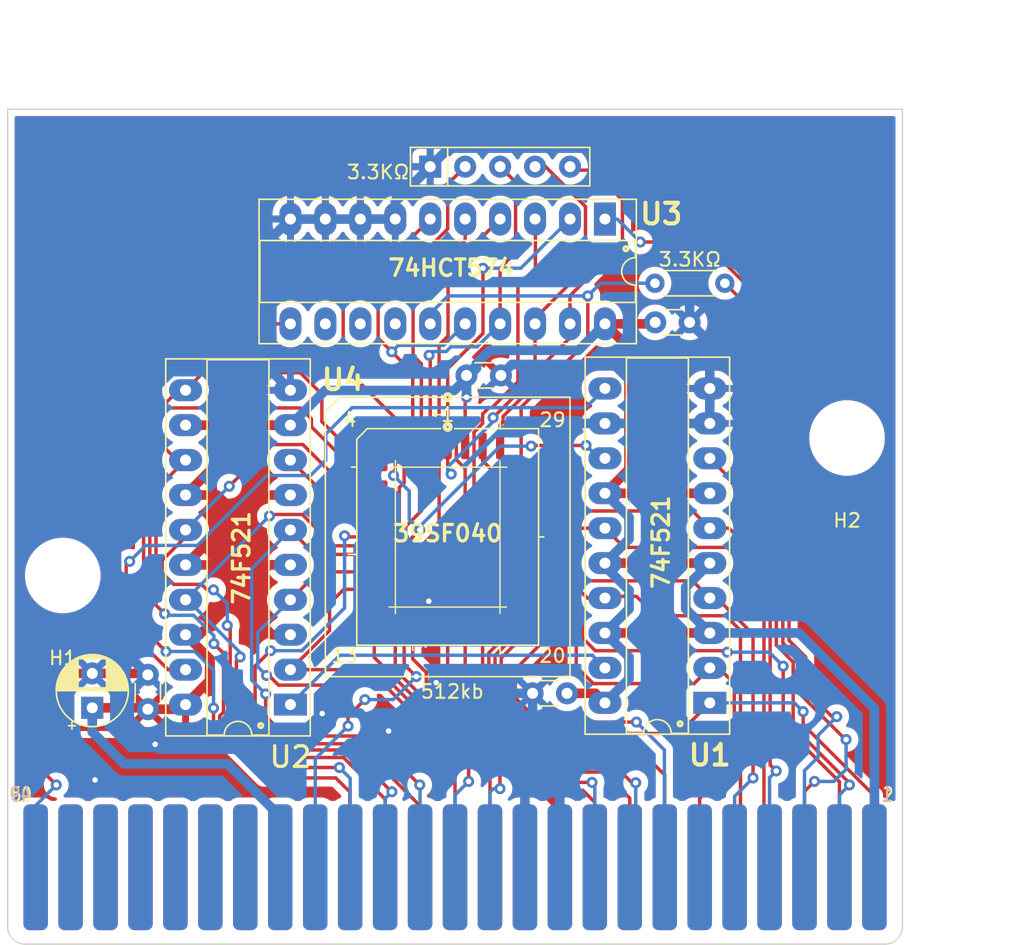
<source format=kicad_pcb>
(kicad_pcb (version 20221018) (generator pcbnew)
  (layers (0 "F.Cu" signal) (31 "B.Cu" signal) (34 "B.Paste" user) (35 "F.Paste" user) (36 "B.SilkS" user "B.Silkscreen") (37 "F.SilkS" user "F.Silkscreen") (38 "B.Mask" user) (39 "F.Mask" user) (44 "Edge.Cuts" user))
  (net 0 "")
  (net 1 "GND")
  (net 2 "/BA1")
  (net 3 "/BA2")
  (net 4 "/BA3")
  (net 5 "/BA4")
  (net 6 "/~{Wr}")
  (net 7 "/A0")
  (net 8 "+5V")
  (net 9 "/A1")
  (net 10 "/A2")
  (net 11 "/A3")
  (net 12 "/A4")
  (net 13 "/A5")
  (net 14 "/A6")
  (net 15 "/A7")
  (net 16 "Net-(U1-P=R)")
  (net 17 "/A8")
  (net 18 "/A9")
  (net 19 "/A10")
  (net 20 "/A11")
  (net 21 "/A12")
  (net 22 "/A13")
  (net 23 "/A14")
  (net 24 "/A15")
  (net 25 "Net-(U2-P=R)")
  (net 26 "/~{M8-B}")
  (net 27 "/D0")
  (net 28 "/D1")
  (net 29 "/D2")
  (net 30 "/D3")
  (net 31 "/D4")
  (net 35 "/BA0")
  (net 36 "/D5")
  (net 37 "/D6")
  (net 38 "/D7")
  (net 39 "/~{CE}")
  (net 40 "/~{Rd}")
  (net 41 "/~{MReq}")
  (net 42 "/~{M0-7}")
  (net 43 "/ ~{CONT}")
  (net 44 "/~{M1}")
  (net 45 "/~{IOReq}")
  (net 46 "/~{Refresh}")
  (net 47 "/~{Halt}")
  (net 48 "/~{Wait}")
  (net 49 "/~{Int}")
  (net 50 "/JyDs")
  (net 51 "/~{BusReq}")
  (net 52 "/~{BusAck}")
  (net 53 "/ ~{Reset}")
  (net 54 "/~{Clock}")
  (net 55 "/JRead")
  (net 56 "/~{MC-F}")
  (net 57 "/~{NMI}")
  (footprint "PCM_Package_DIP_AKL:DIP-20_W7.62mm_Socket_LongPads" (layer "F.Cu") (at 115.545 71.737 180)
    (fp_text reference "U2")
    (fp_text value "74F521")
  )
  (footprint "PCM_Package_DIP_AKL:DIP-20_W7.62mm_Socket_LongPads" (layer "F.Cu") (at 138.405 36.431 -90)
    (fp_text reference "U3")
    (fp_text value "74HCT574")
  )
  (footprint "Smal:PLCC-32_SMD-Socket_HandSolder" (layer "F.Cu") (at 126.975 59.545)
    (fp_text reference "U4")
    (fp_text value "39SF040")
  )
  (footprint "Capacitor_THT:C_Disc_D3.0mm_W1.6mm_P2.50mm" (layer "F.Cu") (at 128.3408 47.8028)
    (fp_text reference "C4" hide)
    (fp_text value "100nF")
  )
  (footprint "Resistor_THT:R_Array_SIP5" (layer "F.Cu") (at 125.705 32.621)
    (fp_text reference "RN1" hide)
    (fp_text value "3.3KΩ")
  )
  (footprint "Resistor_THT:R_Axial_DIN0204_L3.6mm_D1.6mm_P5.08mm_Horizontal" (layer "F.Cu") (at 142.0368 41.0972)
    (fp_text reference "R1" hide)
    (fp_text value "3.3KΩ")
  )
  (footprint "MountingHole:MountingHole_5mm" (layer "F.Cu") (at 156 52.35 180)
    (fp_text reference "H2")
    (fp_text value "Hole Right")
  )
  (footprint "MountingHole:MountingHole_5mm" (layer "F.Cu") (at 99 62.35 180)
    (fp_text reference "H1")
    (fp_text value "Hole Left")
  )
  (footprint "PCM_Package_DIP_AKL:DIP-20_W7.62mm_Socket_LongPads" (layer "F.Cu") (at 146.025 71.61 180)
    (fp_text reference "U1")
    (fp_text value "74F521")
  )
  (footprint "Capacitor_THT:CP_Radial_D5.0mm_P2.50mm" (layer "F.Cu") (at 101.1428 71.969513 90)
    (fp_text reference "C5" hide)
    (fp_text value "1µF")
  )
  (footprint "Capacitor_THT:C_Disc_D3.0mm_W1.6mm_P2.50mm" (layer "F.Cu") (at 142.0568 43.942)
    (fp_text reference "C3" hide)
    (fp_text value "100nF")
  )
  (footprint "Capacitor_THT:C_Disc_D3.0mm_W1.6mm_P2.50mm" (layer "F.Cu") (at 105.1818 72.0726 90)
    (fp_text reference "C2" hide)
    (fp_text value "100nF")
  )
  (footprint "Capacitor_THT:C_Disc_D3.0mm_W1.6mm_P2.50mm" (layer "F.Cu") (at 135.6468 70.9168 180)
    (fp_text reference "C1" hide)
    (fp_text value "100nF")
  )
  (footprint "Smal:SMS_Cart_Edge" (layer "F.Cu") (at 157.988 83.566)
    (fp_text reference "J1" hide)
    (fp_text value "Conn_02x25_Odd_Even" hide)
  )
  (gr_arc (start 160.02 87.884) (mid 159.648026 88.782026) (end 158.75 89.154) (stroke (width 0.1)) (layer "Edge.Cuts"))
  (gr_line (start 96.266001 89.153999) (end 158.75 89.154) (stroke (width 0.1)) (layer "Edge.Cuts"))
  (gr_line (start 160.02 87.884) (end 160.02 28.448) (stroke (width 0.1)) (layer "Edge.Cuts"))
  (gr_line (start 94.995999 28.448) (end 94.996 87.883999) (stroke (width 0.1)) (layer "Edge.Cuts"))
  (gr_arc (start 96.266001 89.153999) (mid 95.367975 88.782025) (end 94.996001 87.883999) (stroke (width 0.1)) (layer "Edge.Cuts"))
  (gr_line (start 160.02 28.448) (end 94.995999 28.448) (stroke (width 0.1)) (layer "Edge.Cuts"))
  (gr_text "512kb" (at 127.3048 71.374) (layer "F.SilkS") (effects (font (size 1 1)) (justify bottom)))
  (segment (start 126.093299 70.534309) (end 126.093299 66.545799) (width 0.7) (layer "F.Cu") (net 1))
  (segment (start 125.705 66.1575) (end 125.705 64.3202) (width 0.7) (layer "F.Cu") (net 1))
  (segment (start 101.346 77.216) (end 103.124 77.216) (width 0.7) (layer "F.Cu") (net 1))
  (segment (start 99.821487 69.469513) (end 98.9838 70.3072) (width 0.7) (layer "F.Cu") (net 1))
  (segment (start 131.618899 75.671) (end 131.22999 75.671) (width 0.7) (layer "F.Cu") (net 1))
  (segment (start 101.1428 69.469513) (end 99.821487 69.469513) (width 0.7) (layer "F.Cu") (net 1))
  (segment (start 98.9838 74.8538) (end 101.346 77.216) (width 0.7) (layer "F.Cu") (net 1))
  (segment (start 103.124 77.216) (end 105.7148 74.6252) (width 0.7) (layer "F.Cu") (net 1))
  (segment (start 135.128 83.566) (end 135.128 79.180101) (width 0.7) (layer "F.Cu") (net 1))
  (segment (start 105.078713 69.469513) (end 105.1818 69.5726) (width 0.7) (layer "F.Cu") (net 1))
  (segment (start 135.128 79.180101) (end 131.618899 75.671) (width 0.7) (layer "F.Cu") (net 1))
  (segment (start 126.093299 66.545799) (end 125.705 66.1575) (width 0.7) (layer "F.Cu") (net 1))
  (segment (start 131.22999 75.671) (end 126.093299 70.534309) (width 0.7) (layer "F.Cu") (net 1))
  (segment (start 125.705 64.3202) (end 125.6034 64.2186) (width 0.7) (layer "F.Cu") (net 1))
  (segment (start 101.1428 69.469513) (end 105.078713 69.469513) (width 0.7) (layer "F.Cu") (net 1))
  (segment (start 98.9838 70.3072) (end 98.9838 74.8538) (width 0.7) (layer "F.Cu") (net 1))
  (via (at 105.7148 74.6252) (size 0.8) (drill 0.4) (layers "F.Cu" "B.Cu") (net 1))
  (via (at 101.346 77.216) (size 0.8) (drill 0.4) (layers "F.Cu" "B.Cu") (net 1))
  (via (at 126.142799 70.1454) (size 0.8) (drill 0.4) (layers "F.Cu" "B.Cu") (net 1))
  (via (at 125.6034 64.2186) (size 0.8) (drill 0.4) (layers "F.Cu" "B.Cu") (net 1))
  (via (at 122.682 73.66) (size 0.8) (drill 0.4) (layers "F.Cu" "B.Cu") (net 1))
  (via (at 117.856 72.39) (size 0.8) (drill 0.4) (layers "F.Cu" "B.Cu") (net 1))
  (segment (start 121.948097 73.7108) (end 120.585797 72.3485) (width 0.7) (layer "B.Cu") (net 1))
  (segment (start 103.8318 70.9226) (end 105.1818 69.5726) (width 0.7) (layer "B.Cu") (net 1))
  (segment (start 146.025 45.4102) (end 144.5568 43.942) (width 0.7) (layer "B.Cu") (net 1))
  (segment (start 125.705 32.621) (end 127.055 31.271) (width 0.7) (layer "B.Cu") (net 1))
  (segment (start 144.5568 43.942) (end 144.5568 37.175296) (width 0.7) (layer "B.Cu") (net 1))
  (segment (start 146.025 48.75) (end 146.025 51.29) (width 0.7) (layer "B.Cu") (net 1))
  (segment (start 117.856 72.3392) (end 117.856 72.39) (width 0.7) (layer "B.Cu") (net 1))
  (segment (start 125.6034 61.718103) (end 136.031503 51.29) (width 0.7) (layer "B.Cu") (net 1))
  (segment (start 126.914199 70.9168) (end 126.142799 70.1454) (width 0.7) (layer "B.Cu") (net 1))
  (segment (start 114.6214 37.3546) (end 115.545 36.431) (width 0.7) (layer "B.Cu") (net 1))
  (segment (start 117.856 72.39) (end 117.8052 72.39) (width 0.7) (layer "B.Cu") (net 1))
  (segment (start 122.682 73.66) (end 122.6312 73.66) (width 0.7) (layer "B.Cu") (net 1))
  (segment (start 117.8052 72.39) (end 115.2144 74.9808) (width 0.7) (layer "B.Cu") (net 1))
  (segment (start 131.640799 47.002801) (end 139.052401 47.002801) (width 0.7) (layer "B.Cu") (net 1))
  (segment (start 105.7148 74.6252) (end 103.8318 72.7422) (width 0.7) (layer "B.Cu") (net 1))
  (segment (start 115.2144 74.9808) (end 106.0704 74.9808) (width 0.7) (layer "B.Cu") (net 1))
  (segment (start 144.5568 37.175296) (end 144.267152 36.885648) (width 0.7) (layer "B.Cu") (net 1))
  (segment (start 138.405 51.29) (end 146.025 51.29) (width 0.7) (layer "B.Cu") (net 1))
  (segment (start 115.545 36.431) (end 118.085 36.431) (width 0.7) (layer "B.Cu") (net 1))
  (segment (start 105.1818 69.5726) (end 102.911 67.3018) (width 0.7) (layer "B.Cu") (net 1))
  (segment (start 135.128 76.4032) (end 133.1468 74.422) (width 0.7) (layer "B.Cu") (net 1))
  (segment (start 120.625 36.431) (end 118.085 36.431) (width 0.7) (layer "B.Cu") (net 1))
  (segment (start 106.0704 74.9808) (end 105.7148 74.6252) (width 0.7) (layer "B.Cu") (net 1))
  (segment (start 126.142799 70.1454) (end 126.142799 70.148401) (width 0.7) (layer "B.Cu") (net 1))
  (segment (start 138.652503 31.271) (end 144.267152 36.885648) (width 0.7) (layer "B.Cu") (net 1))
  (segment (start 106.905 47.527) (end 114.195 47.527) (width 0.7) (layer "B.Cu") (net 1))
  (segment (start 146.025 48.75) (end 146.025 45.4102) (width 0.7) (layer "B.Cu") (net 1))
  (segment (start 100.6176 67.3018) (end 99.3394 68.58) (width 0.7) (layer "B.Cu") (net 1))
  (segment (start 114.195 37.781) (end 114.6214 37.3546) (width 0.7) (layer "B.Cu") (net 1))
  (segment (start 114.195 47.527) (end 114.195 37.781) (width 0.7) (layer "B.Cu") (net 1))
  (segment (start 132.588 83.566) (end 132.588 74.9808) (width 0.7) (layer "B.Cu") (net 1))
  (segment (start 122.6312 73.66) (end 122.5804 73.7108) (width 0.7) (layer "B.Cu") (net 1))
  (segment (start 125.6034 64.2186) (end 125.6034 61.718103) (width 0.7) (layer "B.Cu") (net 1))
  (segment (start 102.911 67.3018) (end 100.6176 67.3018) (width 0.7) (layer "B.Cu") (net 1))
  (segment (start 142.0368 49.9872) (end 142.0368 51.29) (width 0.7) (layer "B.Cu") (net 1))
  (segment (start 132.588 74.9808) (end 133.1468 74.422) (width 0.7) (layer "B.Cu") (net 1))
  (segment (start 122.5804 73.7108) (end 121.948097 73.7108) (width 0.7) (layer "B.Cu") (net 1))
  (segment (start 123.165 36.431) (end 120.625 36.431) (width 0.7) (layer "B.Cu") (net 1))
  (segment (start 126.142799 70.148401) (end 122.682 73.6092) (width 0.7) (layer "B.Cu") (net 1))
  (segment (start 103.8318 72.7422) (end 103.8318 70.9226) (width 0.7) (layer "B.Cu") (net 1))
  (segment (start 133.1468 74.422) (end 133.1468 70.9168) (width 0.7) (layer "B.Cu") (net 1))
  (segment (start 130.8408 47.8028) (end 131.640799 47.002801) (width 0.7) (layer "B.Cu") (net 1))
  (segment (start 102.911 67.3018) (end 102.911 51.521) (width 0.7) (layer "B.Cu") (net 1))
  (segment (start 99.3394 68.58) (end 99.3394 75.2094) (width 0.7) (layer "B.Cu") (net 1))
  (segment (start 136.031503 51.29) (end 138.405 51.29) (width 0.7) (layer "B.Cu") (net 1))
  (segment (start 120.585797 72.3485) (end 117.8467 72.3485) (width 0.7) (layer "B.Cu") (net 1))
  (segment (start 139.052401 47.002801) (end 142.0368 49.9872) (width 0.7) (layer "B.Cu") (net 1))
  (segment (start 102.911 51.521) (end 106.905 47.527) (width 0.7) (layer "B.Cu") (net 1))
  (segment (start 99.3394 75.2094) (end 101.346 77.216) (width 0.7) (layer "B.Cu") (net 1))
  (segment (start 117.8467 72.3485) (end 117.856 72.3392) (width 0.7) (layer "B.Cu") (net 1))
  (segment (start 135.128 83.566) (end 135.128 76.4032) (width 0.7) (layer "B.Cu") (net 1))
  (segment (start 114.195 47.527) (end 115.545 48.877) (width 0.7) (layer "B.Cu") (net 1))
  (segment (start 123.165 36.431) (end 123.165 35.161) (width 0.7) (layer "B.Cu") (net 1))
  (segment (start 133.1468 70.9168) (end 126.914199 70.9168) (width 0.7) (layer "B.Cu") (net 1))
  (segment (start 127.055 31.271) (end 138.652503 31.271) (width 0.7) (layer "B.Cu") (net 1))
  (segment (start 123.165 35.161) (end 125.705 32.621) (width 0.7) (layer "B.Cu") (net 1))
  (segment (start 122.682 73.6092) (end 122.682 73.66) (width 0.7) (layer "B.Cu") (net 1))
  (segment (start 124.435 47.607) (end 122.911 46.083) (width 0.25) (layer "F.Cu") (net 2))
  (segment (start 124.435 52.9325) (end 124.435 47.607) (width 0.25) (layer "F.Cu") (net 2))
  (segment (start 121.92 42.20699) (end 126.975 37.15199) (width 0.25) (layer "F.Cu") (net 2))
  (segment (start 122.911 46.083) (end 121.92 45.092) (width 0.25) (layer "F.Cu") (net 2))
  (segment (start 126.975 33.891) (end 128.245 32.621) (width 0.25) (layer "F.Cu") (net 2))
  (segment (start 126.975 37.15199) (end 126.975 33.891) (width 0.25) (layer "F.Cu") (net 2))
  (segment (start 121.92 45.092) (end 121.92 42.20699) (width 0.25) (layer "F.Cu") (net 2))
  (via (at 122.911 46.083) (size 0.8) (drill 0.4) (layers "F.Cu" "B.Cu") (net 2))
  (segment (start 126.684 45.612) (end 128.245 44.051) (width 0.25) (layer "B.Cu") (net 2))
  (segment (start 122.911 46.083) (end 123.382 45.612) (width 0.25) (layer "B.Cu") (net 2))
  (segment (start 123.382 45.612) (end 126.684 45.612) (width 0.25) (layer "B.Cu") (net 2))
  (segment (start 130.785 39.995598) (end 130.785 44.051) (width 0.25) (layer "F.Cu") (net 3))
  (segment (start 125.705 46.4165) (end 125.6255 46.337) (width 0.25) (layer "F.Cu") (net 3))
  (segment (start 131.043299 39.737299) (end 130.785 39.995598) (width 0.25) (layer "F.Cu") (net 3))
  (segment (start 131.91 38.870598) (end 131.91 33.746) (width 0.25) (layer "F.Cu") (net 3))
  (segment (start 131.91 33.746) (end 130.785 32.621) (width 0.25) (layer "F.Cu") (net 3))
  (segment (start 125.705 52.9325) (end 125.705 46.4165) (width 0.25) (layer "F.Cu") (net 3))
  (segment (start 131.043299 39.737299) (end 131.91 38.870598) (width 0.25) (layer "F.Cu") (net 3))
  (via (at 125.6255 46.337) (size 0.8) (drill 0.4) (layers "F.Cu" "B.Cu") (net 3))
  (segment (start 127.212396 45.72) (end 129.116 45.72) (width 0.25) (layer "B.Cu") (net 3))
  (segment (start 125.6255 46.337) (end 125.9005 46.062) (width 0.25) (layer "B.Cu") (net 3))
  (segment (start 126.870396 46.062) (end 127.212396 45.72) (width 0.25) (layer "B.Cu") (net 3))
  (segment (start 125.9005 46.062) (end 126.870396 46.062) (width 0.25) (layer "B.Cu") (net 3))
  (segment (start 129.116 45.72) (end 130.785 44.051) (width 0.25) (layer "B.Cu") (net 3))
  (segment (start 133.775 48.009896) (end 131.002 50.782896) (width 0.25) (layer "F.Cu") (net 4))
  (segment (start 131.002 50.782896) (end 131.002 51.171805) (width 0.25) (layer "F.Cu") (net 4))
  (segment (start 135.865 45.067) (end 133.775 47.157) (width 0.25) (layer "F.Cu") (net 4))
  (segment (start 135.865 32.621) (end 136.119 32.875) (width 0.25) (layer "F.Cu") (net 4))
  (segment (start 131.002 51.171805) (end 130.785 51.388805) (width 0.25) (layer "F.Cu") (net 4))
  (segment (start 136.119 32.875) (end 137.499 32.875) (width 0.25) (layer "F.Cu") (net 4))
  (segment (start 135.865 44.051) (end 135.865 45.067) (width 0.25) (layer "F.Cu") (net 4))
  (segment (start 139.675 35.051) (end 139.675 38.199695) (width 0.25) (layer "F.Cu") (net 4))
  (segment (start 133.775 47.157) (end 133.775 48.009896) (width 0.25) (layer "F.Cu") (net 4))
  (segment (start 130.785 51.388805) (end 130.785 52.9325) (width 0.25) (layer "F.Cu") (net 4))
  (segment (start 139.675 38.199695) (end 135.865 42.009695) (width 0.25) (layer "F.Cu") (net 4))
  (segment (start 137.499 32.875) (end 139.675 35.051) (width 0.25) (layer "F.Cu") (net 4))
  (segment (start 135.865 42.009695) (end 135.865 44.051) (width 0.25) (layer "F.Cu") (net 4))
  (segment (start 127.229 54.973) (end 126.975 54.719) (width 0.25) (layer "F.Cu") (net 5))
  (segment (start 126.975 54.719) (end 126.975 52.9325) (width 0.25) (layer "F.Cu") (net 5))
  (segment (start 136.99 35.524) (end 134.087 32.621) (width 0.25) (layer "F.Cu") (net 5))
  (segment (start 133.325 44.051) (end 133.325 47.8235) (width 0.25) (layer "F.Cu") (net 5))
  (segment (start 134.087 32.621) (end 133.325 32.621) (width 0.25) (layer "F.Cu") (net 5))
  (segment (start 133.325 44.051) (end 133.325 43.651) (width 0.25) (layer "F.Cu") (net 5))
  (segment (start 133.325 47.8235) (end 130.277 50.8715) (width 0.25) (layer "F.Cu") (net 5))
  (segment (start 136.99 39.986) (end 136.99 35.524) (width 0.25) (layer "F.Cu") (net 5))
  (segment (start 133.325 43.651) (end 136.99 39.986) (width 0.25) (layer "F.Cu") (net 5))
  (via (at 127.229 54.973) (size 0.8) (drill 0.4) (layers "F.Cu" "B.Cu") (net 5))
  (via (at 130.277 50.8715) (size 0.8) (drill 0.4) (layers "F.Cu" "B.Cu") (net 5))
  (segment (start 130.277 51.163) (end 126.975 54.465) (width 0.25) (layer "B.Cu") (net 5))
  (segment (start 126.975 54.465) (end 126.975 54.719) (width 0.25) (layer "B.Cu") (net 5))
  (segment (start 126.975 54.719) (end 127.229 54.973) (width 0.25) (layer "B.Cu") (net 5))
  (segment (start 130.277 50.8715) (end 130.277 51.163) (width 0.25) (layer "B.Cu") (net 5))
  (segment (start 130.865 68.348147) (end 133.6 65.613147) (width 0.25) (layer "F.Cu") (net 6))
  (segment (start 130.531 63.207751) (end 130.531 55.023875) (width 0.25) (layer "F.Cu") (net 6))
  (segment (start 129.515 54.007875) (end 129.515 52.9325) (width 0.25) (layer "F.Cu") (net 6))
  (segment (start 143.7972 73.8378) (end 133.922273 73.8378) (width 0.25) (layer "F.Cu") (net 6))
  (segment (start 130.865 71.169436) (end 130.865 68.348147) (width 0.25) (layer "F.Cu") (net 6))
  (segment (start 133.306019 63.98) (end 131.303249 63.98) (width 0.25) (layer "F.Cu") (net 6))
  (segment (start 133.6 64.273981) (end 133.306019 63.98) (width 0.25) (layer "F.Cu") (net 6))
  (segment (start 133.922273 73.8378) (end 132.830473 72.746) (width 0.25) (layer "F.Cu") (net 6))
  (segment (start 157.988 78.366) (end 157.988 83.566) (width 0.25) (layer "F.Cu") (net 6))
  (segment (start 132.441564 72.746) (end 130.865 71.169436) (width 0.25) (layer "F.Cu") (net 6))
  (segment (start 131.303249 63.98) (end 130.531 63.207751) (width 0.25) (layer "F.Cu") (net 6))
  (segment (start 132.830473 72.746) (end 132.441564 72.746) (width 0.25) (layer "F.Cu") (net 6))
  (segment (start 130.531 55.023875) (end 129.515 54.007875) (width 0.25) (layer "F.Cu") (net 6))
  (segment (start 133.6 65.613147) (end 133.6 64.273981) (width 0.25) (layer "F.Cu") (net 6))
  (segment (start 152.8085 72.245) (end 152.8085 73.1865) (width 0.25) (layer "F.Cu") (net 6))
  (segment (start 146.025 71.61) (end 143.7972 73.8378) (width 0.25) (layer "F.Cu") (net 6))
  (segment (start 152.8085 73.1865) (end 157.988 78.366) (width 0.25) (layer "F.Cu") (net 6))
  (via (at 152.8085 72.245) (size 0.8) (drill 0.4) (layers "F.Cu" "B.Cu") (net 6))
  (segment (start 152.8085 72.245) (end 152.1735 71.61) (width 0.25) (layer "B.Cu") (net 6))
  (segment (start 152.1735 71.61) (end 146.025 71.61) (width 0.25) (layer "B.Cu") (net 6))
  (segment (start 118.3894 64.389) (end 119.4234 63.355) (width 0.25) (layer "F.Cu") (net 7))
  (segment (start 121.892208 69.197) (end 128.499 75.803792) (width 0.25) (layer "F.Cu") (net 7))
  (segment (start 115.545 69.197) (end 121.892208 69.197) (width 0.25) (layer "F.Cu") (net 7))
  (segment (start 115.545 69.197) (end 118.3894 66.3526) (width 0.25) (layer "F.Cu") (net 7))
  (segment (start 128.499 75.803792) (end 128.499 77.325) (width 0.25) (layer "F.Cu") (net 7))
  (segment (start 118.3894 66.3526) (end 118.3894 64.389) (width 0.25) (layer "F.Cu") (net 7))
  (segment (start 119.4234 63.355) (end 121.6375 63.355) (width 0.25) (layer "F.Cu") (net 7))
  (via (at 128.499 77.325) (size 0.8) (drill 0.4) (layers "F.Cu" "B.Cu") (net 7))
  (segment (start 128.499 77.325) (end 127.508 78.316) (width 0.25) (layer "B.Cu") (net 7))
  (segment (start 127.508 78.316) (end 127.508 83.566) (width 0.25) (layer "B.Cu") (net 7))
  (segment (start 114.2058 66.657) (end 115.545 66.657) (width 0.7) (layer "F.Cu") (net 8))
  (segment (start 107.925 51.417) (end 115.545 51.417) (width 0.7) (layer "F.Cu") (net 8))
  (segment (start 109.675 69.987) (end 109.675 68.407) (width 0.7) (layer "F.Cu") (net 8))
  (segment (start 138.405 44.051) (end 140.155 45.801) (width 0.7) (layer "F.Cu") (net 8))
  (segment (start 105.1818 72.0726) (end 107.5894 72.0726) (width 0.7) (layer "F.Cu") (net 8))
  (segment (start 138.405 66.53) (end 146.025 66.53) (width 0.7) (layer "F.Cu") (net 8))
  (segment (start 128.245 49.4866) (end 128.245 52.9325) (width 0.25) (layer "F.Cu") (net 8))
  (segment (start 107.925 71.737) (end 109.675 69.987) (width 0.7) (layer "F.Cu") (net 8))
  (segment (start 114.021 61.577) (end 114.275 61.577) (width 0.7) (layer "F.Cu") (net 8))
  (segment (start 146.025 56.37) (end 138.405 56.37) (width 0.7) (layer "F.Cu") (net 8))
  (segment (start 107.925 61.577) (end 111.608 57.894) (width 0.7) (layer "F.Cu") (net 8))
  (segment (start 113.005 51.417) (end 115.545 51.417) (width 0.7) (layer "F.Cu") (net 8))
  (segment (start 140.155 45.801) (end 140.155 54.62) (width 0.7) (layer "F.Cu") (net 8))
  (segment (start 135.6468 70.9168) (end 137.7118 70.9168) (width 0.7) (layer "F.Cu") (net 8))
  (segment (start 111.608 57.894) (end 113.005 56.497) (width 0.7) (layer "F.Cu") (net 8))
  (segment (start 140.155 54.62) (end 138.405 56.37) (width 0.7) (layer "F.Cu") (net 8))
  (segment (start 111.5734 64.0246) (end 114.021 61.577) (width 0.7) (layer "F.Cu") (net 8))
  (segment (start 107.925 56.497) (end 113.005 51.417) (width 0.7) (layer "F.Cu") (net 8))
  (segment (start 107.5894 72.0726) (end 107.925 71.737) (width 0.7) (layer "F.Cu") (net 8))
  (segment (start 111.5734 64.0246) (end 114.2058 66.657) (width 0.7) (layer "F.Cu") (net 8))
  (segment (start 109.675 68.407) (end 107.925 66.657) (width 0.7) (layer "F.Cu") (net 8))
  (segment (start 110.211 56.497) (end 111.608 57.894) (width 0.7) (layer "F.Cu") (net 8))
  (segment (start 138.405 61.45) (end 146.025 61.45) (width 0.7) (layer "F.Cu") (net 8))
  (segment (start 138.405 44.051) (end 141.9478 44.051) (width 0.7) (layer "F.Cu") (net 8))
  (segment (start 128.3466 49.385) (end 128.245 49.4866) (width 0.25) (layer "F.Cu") (net 8))
  (segment (start 107.925 66.657) (end 108.941 66.657) (width 0.7) (layer "F.Cu") (net 8))
  (segment (start 107.925 56.497) (end 110.211 56.497) (width 0.7) (layer "F.Cu") (net 8))
  (segment (start 137.7118 70.9168) (end 138.405 71.61) (width 0.7) (layer "F.Cu") (net 8))
  (segment (start 115.545 61.577) (end 114.275 61.577) (width 0.7) (layer "F.Cu") (net 8))
  (segment (start 101.1428 71.969513) (end 105.078713 71.969513) (width 0.7) (layer "F.Cu") (net 8))
  (segment (start 105.042 71.9328) (end 105.1818 72.0726) (width 0.7) (layer "F.Cu") (net 8))
  (segment (start 113.005 56.497) (end 115.545 56.497) (width 0.7) (layer "F.Cu") (net 8))
  (segment (start 108.941 66.657) (end 111.5734 64.0246) (width 0.7) (layer "F.Cu") (net 8))
  (segment (start 141.9478 44.051) (end 142.0568 43.942) (width 0.7) (layer "F.Cu") (net 8))
  (segment (start 105.078713 71.969513) (end 105.1818 72.0726) (width 0.7) (layer "F.Cu") (net 8))
  (segment (start 114.275 61.577) (end 107.925 61.577) (width 0.7) (layer "F.Cu") (net 8))
  (via (at 128.3466 49.385) (size 0.8) (drill 0.4) (layers "F.Cu" "B.Cu") (net 8))
  (segment (start 152.502 66.53) (end 157.988 72.016) (width 0.7) (layer "B.Cu") (net 8))
  (segment (start 114.808 83.566) (end 114.808 79.883) (width 0.7) (layer "B.Cu") (net 8))
  (segment (start 140.155 58.12) (end 140.155 59.7) (width 0.7) (layer "B.Cu") (net 8))
  (segment (start 136.482 45.974) (end 138.405 44.051) (width 0.7) (layer "B.Cu") (net 8))
  (segment (start 103.465513 76.0476) (end 101.1428 73.724887) (width 0.7) (layer "B.Cu") (net 8))
  (segment (start 101.1428 73.724887) (end 101.1428 71.969513) (width 0.7) (layer "B.Cu") (net 8))
  (segment (start 146.025 66.53) (end 144.275 64.78) (width 0.7) (layer "B.Cu") (net 8))
  (segment (start 144.275 64.78) (end 144.275 63.2) (width 0.7) (layer "B.Cu") (net 8))
  (segment (start 129.0578 46.9642) (end 129.0578 47.0858) (width 0.7) (layer "B.Cu") (net 8))
  (segment (start 110.9726 76.0476) (end 103.465513 76.0476) (width 0.7) (layer "B.Cu") (net 8))
  (segment (start 129.0578 47.0858) (end 128.3408 47.8028) (width 0.7) (layer "B.Cu") (net 8))
  (segment (start 115.545 51.417) (end 118.067 48.895) (width 0.7) (layer "B.Cu") (net 8))
  (segment (start 140.155 63.430812) (end 140.155 64.78) (width 0.7) (layer "B.Cu") (net 8))
  (segment (start 138.405 66.53) (end 140.155 68.28) (width 0.7) (layer "B.Cu") (net 8))
  (segment (start 144.275 63.2) (end 146.025 61.45) (width 0.7) (layer "B.Cu") (net 8))
  (segment (start 127.4498 48.895) (end 129.0578 47.287) (width 0.7) (layer "B.Cu") (net 8))
  (segment (start 129.0578 47.287) (end 128.3466 47.9982) (width 0.7) (layer "B.Cu") (net 8))
  (segment (start 138.405 61.680812) (end 140.155 63.430812) (width 0.7) (layer "B.Cu") (net 8))
  (segment (start 140.155 69.86) (end 138.405 71.61) (width 0.7) (layer "B.Cu") (net 8))
  (segment (start 140.155 59.7) (end 138.405 61.45) (width 0.7) (layer "B.Cu") (net 8))
  (segment (start 140.155 64.78) (end 138.405 66.53) (width 0.7) (layer "B.Cu") (net 8))
  (segment (start 129.0578 47.287) (end 129.0578 46.9642) (width 0.7) (layer "B.Cu") (net 8))
  (segment (start 138.405 61.45) (end 138.405 61.680812) (width 0.7) (layer "B.Cu") (net 8))
  (segment (start 130.048 45.974) (end 136.482 45.974) (width 0.7) (layer "B.Cu") (net 8))
  (segment (start 146.025 66.53) (end 152.502 66.53) (width 0.7) (layer "B.Cu") (net 8))
  (segment (start 157.988 72.016) (end 157.988 83.566) (width 0.7) (layer "B.Cu") (net 8))
  (segment (start 129.0578 46.9642) (end 130.048 45.974) (width 0.7) (layer "B.Cu") (net 8))
  (segment (start 140.155 68.28) (end 140.155 69.86) (width 0.7) (layer "B.Cu") (net 8))
  (segment (start 128.3466 47.9982) (end 128.3466 49.385) (width 0.7) (layer "B.Cu") (net 8))
  (segment (start 138.405 56.37) (end 140.155 58.12) (width 0.7) (layer "B.Cu") (net 8))
  (segment (start 118.067 48.895) (end 127.4498 48.895) (width 0.7) (layer "B.Cu") (net 8))
  (segment (start 114.808 79.883) (end 110.9726 76.0476) (width 0.7) (layer "B.Cu") (net 8))
  (segment (start 114.02 69.66299) (end 113.852491 69.66299) (width 0.25) (layer "F.Cu") (net 9))
  (segment (start 113.852491 69.66299) (end 113.811635 69.622134) (width 0.25) (layer "F.Cu") (net 9))
  (segment (start 127.508 83.566) (end 127.508 75.449188) (width 0.25) (layer "F.Cu") (net 9))
  (segment (start 122.380812 70.322) (end 114.67901 70.322) (width 0.25) (layer "F.Cu") (net 9))
  (segment (start 115.545 64.117) (end 117.577 62.085) (width 0.25) (layer "F.Cu") (net 9))
  (segment (start 127.508 75.449188) (end 122.380812 70.322) (width 0.25) (layer "F.Cu") (net 9))
  (segment (start 117.577 62.085) (end 121.6375 62.085) (width 0.25) (layer "F.Cu") (net 9))
  (segment (start 114.67901 70.322) (end 114.02 69.66299) (width 0.25) (layer "F.Cu") (net 9))
  (via (at 113.811635 69.622134) (size 0.8) (drill 0.4) (layers "F.Cu" "B.Cu") (net 9))
  (segment (start 113.1752 66.4868) (end 115.545 64.117) (width 0.25) (layer "B.Cu") (net 9))
  (segment (start 113.811635 69.622134) (end 113.1752 68.985699) (width 0.25) (layer "B.Cu") (net 9))
  (segment (start 113.1752 68.985699) (end 113.1752 66.4868) (width 0.25) (layer "B.Cu") (net 9))
  (segment (start 121.387 74.023) (end 124.943 77.579) (width 0.25) (layer "F.Cu") (net 10))
  (segment (start 113.745498 70.9676) (end 113.745498 72.572098) (width 0.25) (layer "F.Cu") (net 10))
  (segment (start 113.745498 72.572098) (end 114.02 72.8466) (width 0.25) (layer "F.Cu") (net 10))
  (segment (start 117.323 60.815) (end 121.6375 60.815) (width 0.25) (layer "F.Cu") (net 10))
  (segment (start 114.02 72.862) (end 115.181 74.023) (width 0.25) (layer "F.Cu") (net 10))
  (segment (start 115.181 74.023) (end 121.387 74.023) (width 0.25) (layer "F.Cu") (net 10))
  (segment (start 114.02 72.8466) (end 114.02 72.862) (width 0.25) (layer "F.Cu") (net 10))
  (segment (start 115.545 59.037) (end 117.323 60.815) (width 0.25) (layer "F.Cu") (net 10))
  (via (at 113.745498 70.9676) (size 0.8) (drill 0.4) (layers "F.Cu" "B.Cu") (net 10))
  (via (at 124.943 77.579) (size 0.8) (drill 0.4) (layers "F.Cu" "B.Cu") (net 10))
  (segment (start 115.545 59.037) (end 112.7252 61.8568) (width 0.25) (layer "B.Cu") (net 10))
  (segment (start 124.968 77.604) (end 124.943 77.579) (width 0.25) (layer "B.Cu") (net 10))
  (segment (start 124.968 83.566) (end 124.968 77.604) (width 0.25) (layer "B.Cu") (net 10))
  (segment (start 112.7252 61.8568) (end 112.7252 69.947302) (width 0.25) (layer "B.Cu") (net 10))
  (segment (start 112.7252 69.947302) (end 113.745498 70.9676) (width 0.25) (layer "B.Cu") (net 10))
  (segment (start 114.0968 67.818) (end 112.9792 68.9356) (width 0.25) (layer "F.Cu") (net 11))
  (segment (start 119.5611 59.545) (end 119.4816 59.4655) (width 0.25) (layer "F.Cu") (net 11))
  (segment (start 120.454813 74.587604) (end 124.968 79.100791) (width 0.25) (layer "F.Cu") (net 11))
  (segment (start 121.133 59.545) (end 115.545 53.957) (width 0.25) (layer "F.Cu") (net 11))
  (segment (start 121.6375 59.545) (end 121.133 59.545) (width 0.25) (layer "F.Cu") (net 11))
  (segment (start 112.9792 73.928814) (end 113.63799 74.587604) (width 0.25) (layer "F.Cu") (net 11))
  (segment (start 112.9792 68.9356) (end 112.9792 73.928814) (width 0.25) (layer "F.Cu") (net 11))
  (segment (start 124.968 79.100791) (end 124.968 83.566) (width 0.25) (layer "F.Cu") (net 11))
  (segment (start 121.6375 59.545) (end 119.5611 59.545) (width 0.25) (layer "F.Cu") (net 11))
  (segment (start 113.63799 74.587604) (end 120.454813 74.587604) (width 0.25) (layer "F.Cu") (net 11))
  (via (at 119.4816 59.4655) (size 0.8) (drill 0.4) (layers "F.Cu" "B.Cu") (net 11))
  (via (at 114.0968 67.818) (size 0.8) (drill 0.4) (layers "F.Cu" "B.Cu") (net 11))
  (segment (start 119.4816 64.71139) (end 119.4816 59.4655) (width 0.25) (layer "B.Cu") (net 11))
  (segment (start 116.37499 67.818) (end 119.4816 64.71139) (width 0.25) (layer "B.Cu") (net 11))
  (segment (start 114.0968 67.818) (end 116.37499 67.818) (width 0.25) (layer "B.Cu") (net 11))
  (segment (start 122.911 78.087) (end 122.919952 78.078048) (width 0.25) (layer "F.Cu") (net 12))
  (segment (start 111.619 73.20501) (end 113.451594 75.037604) (width 0.25) (layer "F.Cu") (net 12))
  (segment (start 119.861604 75.037604) (end 122.911 78.087) (width 0.25) (layer "F.Cu") (net 12))
  (segment (start 122.925 59.198249) (end 122.925 59.891751) (width 0.25) (layer "F.Cu") (net 12))
  (segment (start 111.619 68.5497) (end 111.619 73.20501) (width 0.25) (layer "F.Cu") (net 12))
  (segment (start 116.41099 57.912) (end 114.13 57.912) (width 0.25) (layer "F.Cu") (net 12))
  (segment (start 111.8935 68.2752) (end 111.619 68.5497) (width 0.25) (layer "F.Cu") (net 12))
  (segment (start 122.925 59.891751) (end 122.626751 60.19) (width 0.25) (layer "F.Cu") (net 12))
  (segment (start 118.68899 60.19) (end 116.41099 57.912) (width 0.25) (layer "F.Cu") (net 12))
  (segment (start 121.6375 58.275) (end 122.001751 58.275) (width 0.25) (layer "F.Cu") (net 12))
  (segment (start 122.626751 60.19) (end 118.68899 60.19) (width 0.25) (layer "F.Cu") (net 12))
  (segment (start 122.001751 58.275) (end 122.925 59.198249) (width 0.25) (layer "F.Cu") (net 12))
  (segment (start 113.451594 75.037604) (end 119.861604 75.037604) (width 0.25) (layer "F.Cu") (net 12))
  (via (at 122.919952 78.078048) (size 0.8) (drill 0.4) (layers "F.Cu" "B.Cu") (net 12))
  (via (at 111.8935 68.2752) (size 0.8) (drill 0.4) (layers "F.Cu" "B.Cu") (net 12))
  (via (at 114.021 58.021) (size 0.8) (drill 0.4) (layers "F.Cu" "B.Cu") (net 12))
  (segment (start 111.8935 68.2752) (end 111.8935 67.9515) (width 0.25) (layer "B.Cu") (net 12))
  (segment (start 122.919952 78.078048) (end 122.428 78.57) (width 0.25) (layer "B.Cu") (net 12))
  (segment (start 108.059 64.117) (end 107.925 64.117) (width 0.25) (layer "B.Cu") (net 12))
  (segment (start 111.8935 67.9515) (end 108.059 64.117) (width 0.25) (layer "B.Cu") (net 12))
  (segment (start 114.021 58.021) (end 107.925 64.117) (width 0.25) (layer "B.Cu") (net 12))
  (segment (start 122.428 78.57) (end 122.428 83.566) (width 0.25) (layer "B.Cu") (net 12))
  (segment (start 109.9195 63.355) (end 109.957 63.3925) (width 0.25) (layer "F.Cu") (net 13))
  (segment (start 113.365893 75.588299) (end 119.405604 75.588299) (width 0.25) (layer "F.Cu") (net 13))
  (segment (start 109.087 62.992) (end 109.45 63.355) (width 0.25) (layer "F.Cu") (net 13))
  (segment (start 106.227 62.165) (end 107.054 62.992) (width 0.25) (layer "F.Cu") (net 13))
  (segment (start 111.169 73.391406) (end 113.365893 75.588299) (width 0.25) (layer "F.Cu") (net 13))
  (segment (start 107.054 62.992) (end 109.087 62.992) (width 0.25) (layer "F.Cu") (net 13))
  (segment (start 108.433 59.037) (end 106.227 61.243) (width 0.25) (layer "F.Cu") (net 13))
  (segment (start 110.953697 65.987099) (end 111.169 66.202402) (width 0.25) (layer "F.Cu") (net 13))
  (segment (start 114.13 52.832) (end 116.452 52.832) (width 0.25) (layer "F.Cu") (net 13))
  (segment (start 119.405604 75.588299) (end 122.428 78.610695) (width 0.25) (layer "F.Cu") (net 13))
  (segment (start 116.452 52.832) (end 120.625 57.005) (width 0.25) (layer "F.Cu") (net 13))
  (segment (start 111.169 66.403) (end 111.169 73.391406) (width 0.25) (layer "F.Cu") (net 13))
  (segment (start 122.428 78.610695) (end 122.428 83.566) (width 0.25) (layer "F.Cu") (net 13))
  (segment (start 107.925 59.037) (end 108.433 59.037) (width 0.25) (layer "F.Cu") (net 13))
  (segment (start 111.169 66.345) (end 111.169 66.403) (width 0.25) (layer "F.Cu") (net 13))
  (segment (start 120.625 57.005) (end 121.6375 57.005) (width 0.25) (layer "F.Cu") (net 13))
  (segment (start 106.227 61.243) (end 106.227 62.165) (width 0.25) (layer "F.Cu") (net 13))
  (segment (start 109.45 63.355) (end 109.9195 63.355) (width 0.25) (layer "F.Cu") (net 13))
  (segment (start 111.169 66.202402) (end 111.169 66.403) (width 0.25) (layer "F.Cu") (net 13))
  (segment (start 111.1035 55.8585) (end 114.13 52.832) (width 0.25) (layer "F.Cu") (net 13))
  (via (at 111.1035 55.8585) (size 0.8) (drill 0.4) (layers "F.Cu" "B.Cu") (net 13))
  (via (at 109.957 63.3925) (size 0.8) (drill 0.4) (layers "F.Cu" "B.Cu") (net 13))
  (via (at 110.953697 65.987099) (size 0.8) (drill 0.4) (layers "F.Cu" "B.Cu") (net 13))
  (segment (start 110.953697 64.389197) (end 109.957 63.3925) (width 0.25) (layer "B.Cu") (net 13))
  (segment (start 111.1035 55.8585) (end 107.925 59.037) (width 0.25) (layer "B.Cu") (net 13))
  (segment (start 110.953697 65.987099) (end 110.953697 64.389197) (width 0.25) (layer "B.Cu") (net 13))
  (segment (start 117.07 51.531751) (end 121.273249 55.735) (width 0.25) (layer "F.Cu") (net 14))
  (segment (start 110.407 72.566305) (end 110.682 72.291305) (width 0.25) (layer "F.Cu") (net 14))
  (segment (start 105.777 56.105) (end 107.925 53.957) (width 0.25) (layer "F.Cu") (net 14))
  (segment (start 113.454497 76.313299) (end 110.407 73.265802) (width 0.25) (layer "F.Cu") (net 14))
  (segment (start 106.045 50.885396) (end 106.765396 50.165) (width 0.25) (layer "F.Cu") (net 14))
  (segment (start 106.765396 50.165) (end 116.28399 50.165) (width 0.25) (layer "F.Cu") (net 14))
  (segment (start 106.401 65.133) (end 105.777 64.509) (width 0.25) (layer "F.Cu") (net 14))
  (segment (start 110.407 73.265802) (end 110.407 72.566305) (width 0.25) (layer "F.Cu") (net 14))
  (segment (start 107.2935 53.957) (end 106.045 52.7085) (width 0.25) (layer "F.Cu") (net 14))
  (segment (start 105.777 64.509) (end 105.777 56.105) (width 0.25) (layer "F.Cu") (net 14))
  (segment (start 110.682 68.01) (end 109.982 67.31) (width 0.25) (layer "F.Cu") (net 14))
  (segment (start 110.682 72.291305) (end 110.682 68.01) (width 0.25) (layer "F.Cu") (net 14))
  (segment (start 121.273249 55.735) (end 121.6375 55.735) (width 0.25) (layer "F.Cu") (net 14))
  (segment (start 119.105299 76.313299) (end 113.454497 76.313299) (width 0.25) (layer "F.Cu") (net 14))
  (segment (start 116.28399 50.165) (end 117.07 50.95101) (width 0.25) (layer "F.Cu") (net 14))
  (segment (start 117.07 50.95101) (end 117.07 51.531751) (width 0.25) (layer "F.Cu") (net 14))
  (segment (start 107.925 53.957) (end 107.2935 53.957) (width 0.25) (layer "F.Cu") (net 14))
  (segment (start 106.045 52.7085) (end 106.045 50.885396) (width 0.25) (layer "F.Cu") (net 14))
  (via (at 109.982 67.31) (size 0.8) (drill 0.4) (layers "F.Cu" "B.Cu") (net 14))
  (via (at 119.105299 76.313299) (size 0.8) (drill 0.4) (layers "F.Cu" "B.Cu") (net 14))
  (via (at 106.401 65.133) (size 0.8) (drill 0.4) (layers "F.Cu" "B.Cu") (net 14))
  (segment (start 119.888 77.096) (end 119.888 83.566) (width 0.25) (layer "B.Cu") (net 14))
  (segment (start 109.982 66.72301) (end 108.50099 65.242) (width 0.25) (layer "B.Cu") (net 14))
  (segment (start 106.51 65.242) (end 106.401 65.133) (width 0.25) (layer "B.Cu") (net 14))
  (segment (start 109.982 67.31) (end 109.982 66.72301) (width 0.25) (layer "B.Cu") (net 14))
  (segment (start 108.50099 65.242) (end 106.51 65.242) (width 0.25) (layer "B.Cu") (net 14))
  (segment (start 119.105299 76.313299) (end 119.888 77.096) (width 0.25) (layer "B.Cu") (net 14))
  (segment (start 109.195 47.607) (end 114.275 47.607) (width 0.25) (layer "F.Cu") (net 15))
  (segment (start 121.133 54.465) (end 121.6375 54.465) (width 0.25) (layer "F.Cu") (net 15))
  (segment (start 109.957 71.991) (end 109.957 73.452198) (width 0.25) (layer "F.Cu") (net 15))
  (segment (start 116.26599 47.607) (end 113.767 47.607) (width 0.25) (layer "F.Cu") (net 15))
  (segment (start 117.831 51.163) (end 117.831 49.17201) (width 0.25) (layer "F.Cu") (net 15))
  (segment (start 119.863 83.541) (end 119.888 83.566) (width 0.25) (layer "F.Cu") (net 15))
  (segment (start 118.847 77.071) (end 119.863 78.087) (width 0.25) (layer "F.Cu") (net 15))
  (segment (start 119.863 78.087) (end 119.863 83.541) (width 0.25) (layer "F.Cu") (net 15))
  (segment (start 106.5026 67.8762) (end 105.327 66.7006) (width 0.25) (layer "F.Cu") (net 15))
  (segment (start 117.831 49.17201) (end 116.26599 47.607) (width 0.25) (layer "F.Cu") (net 15))
  (segment (start 107.417 48.877) (end 107.925 48.877) (width 0.25) (layer "F.Cu") (net 15))
  (segment (start 117.831 51.163) (end 121.133 54.465) (width 0.25) (layer "F.Cu") (net 15))
  (segment (start 113.575802 77.071) (end 118.847 77.071) (width 0.25) (layer "F.Cu") (net 15))
  (segment (start 105.327 50.967) (end 107.417 48.877) (width 0.25) (layer "F.Cu") (net 15))
  (segment (start 109.957 73.452198) (end 113.575802 77.071) (width 0.25) (layer "F.Cu") (net 15))
  (segment (start 105.327 66.7006) (end 105.327 50.967) (width 0.25) (layer "F.Cu") (net 15))
  (segment (start 107.925 48.877) (end 109.195 47.607) (width 0.25) (layer "F.Cu") (net 15))
  (via (at 106.5026 67.8762) (size 0.8) (drill 0.4) (layers "F.Cu" "B.Cu") (net 15))
  (via (at 109.957 71.991) (size 0.8) (drill 0.4) (layers "F.Cu" "B.Cu") (net 15))
  (segment (start 108.59519 67.8762) (end 109.957 69.23801) (width 0.25) (layer "B.Cu") (net 15))
  (segment (start 106.5026 67.8762) (end 108.59519 67.8762) (width 0.25) (layer "B.Cu") (net 15))
  (segment (start 109.957 69.23801) (end 109.957 71.991) (width 0.25) (layer "B.Cu") (net 15))
  (segment (start 115.545 71.737) (end 119.1338 68.1482) (width 0.25) (layer "B.Cu") (net 16))
  (segment (start 119.1338 68.1482) (end 137.4832 68.1482) (width 0.25) (layer "B.Cu") (net 16))
  (segment (start 137.4832 68.1482) (end 138.405 69.07) (width 0.25) (layer "B.Cu") (net 16))
  (segment (start 149.960305 83.158305) (end 149.960305 62.972305) (width 0.25) (layer "F.Cu") (net 17))
  (segment (start 150.368 83.566) (end 149.960305 83.158305) (width 0.25) (layer "F.Cu") (net 17))
  (segment (start 149.960305 62.972305) (end 147.295 60.307) (width 0.25) (layer "F.Cu") (net 17))
  (segment (start 138.405 58.91) (end 136.41401 58.91) (width 0.25) (layer "F.Cu") (net 17))
  (segment (start 136.41401 58.91) (end 134.50901 57.005) (width 0.25) (layer "F.Cu") (net 17))
  (segment (start 139.802 60.307) (end 138.405 58.91) (width 0.25) (layer "F.Cu") (net 17))
  (segment (start 132.3125 57.005) (end 134.50901 57.005) (width 0.25) (layer "F.Cu") (net 17))
  (segment (start 147.295 60.307) (end 139.802 60.307) (width 0.25) (layer "F.Cu") (net 17))
  (segment (start 146.54 63.99) (end 149.1685 66.6185) (width 0.25) (layer "F.Cu") (net 18))
  (segment (start 149.1685 66.6185) (end 149.1685 77.071) (width 0.25) (layer "F.Cu") (net 18))
  (segment (start 144.773 62.738) (end 146.025 63.99) (width 0.25) (layer "F.Cu") (net 18))
  (segment (start 132.3125 58.275) (end 132.676751 58.275) (width 0.25) (layer "F.Cu") (net 18))
  (segment (start 132.676751 58.275) (end 137.139751 62.738) (width 0.25) (layer "F.Cu") (net 18))
  (segment (start 146.025 63.99) (end 146.54 63.99) (width 0.25) (layer "F.Cu") (net 18))
  (segment (start 137.139751 62.738) (end 144.773 62.738) (width 0.25) (layer "F.Cu") (net 18))
  (via (at 149.1685 77.071) (size 0.8) (drill 0.4) (layers "F.Cu" "B.Cu") (net 18))
  (segment (start 147.828 78.4115) (end 147.828 83.566) (width 0.25) (layer "B.Cu") (net 18))
  (segment (start 149.1685 77.071) (end 147.828 78.4115) (width 0.25) (layer "B.Cu") (net 18))
  (segment (start 147.803 76.055) (end 147.803 70.198) (width 0.25) (layer "F.Cu") (net 19))
  (segment (start 144.882 70.213) (end 146.025 69.07) (width 0.25) (layer "F.Cu") (net 19))
  (segment (start 145.288 78.57) (end 147.803 76.055) (width 0.25) (layer "F.Cu") (net 19))
  (segment (start 132.3125 62.085) (end 132.90099 62.085) (width 0.25) (layer "F.Cu") (net 19))
  (segment (start 146.675 69.07) (end 146.025 69.07) (width 0.25) (layer "F.Cu") (net 19))
  (segment (start 136.315 68.97099) (end 137.55701 70.213) (width 0.25) (layer "F.Cu") (net 19))
  (segment (start 145.288 83.566) (end 145.288 78.57) (width 0.25) (layer "F.Cu") (net 19))
  (segment (start 137.55701 70.213) (end 144.882 70.213) (width 0.25) (layer "F.Cu") (net 19))
  (segment (start 132.90099 62.085) (end 136.315 65.49901) (width 0.25) (layer "F.Cu") (net 19))
  (segment (start 147.803 70.198) (end 146.675 69.07) (width 0.25) (layer "F.Cu") (net 19))
  (segment (start 136.315 65.49901) (end 136.315 68.97099) (width 0.25) (layer "F.Cu") (net 19))
  (segment (start 148.253 66.345) (end 147.186 65.278) (width 0.25) (layer "F.Cu") (net 20))
  (segment (start 138.532 63.863) (end 138.405 63.99) (width 0.25) (layer "F.Cu") (net 20))
  (segment (start 147.186 65.278) (end 142.106 65.278) (width 0.25) (layer "F.Cu") (net 20))
  (segment (start 132.676751 59.545) (end 137.121751 63.99) (width 0.25) (layer "F.Cu") (net 20))
  (segment (start 132.3125 59.545) (end 132.676751 59.545) (width 0.25) (layer "F.Cu") (net 20))
  (segment (start 147.828 83.566) (end 148.253 83.141) (width 0.25) (layer "F.Cu") (net 20))
  (segment (start 148.253 83.141) (end 148.253 66.345) (width 0.25) (layer "F.Cu") (net 20))
  (segment (start 142.106 65.278) (end 140.691 63.863) (width 0.25) (layer "F.Cu") (net 20))
  (segment (start 137.121751 63.99) (end 138.405 63.99) (width 0.25) (layer "F.Cu") (net 20))
  (segment (start 140.691 63.863) (end 138.532 63.863) (width 0.25) (layer "F.Cu") (net 20))
  (segment (start 133.0878 52.8902) (end 133.037 52.941) (width 0.25) (layer "F.Cu") (net 21))
  (segment (start 123.81 68.817402) (end 124.693299 69.700701) (width 0.25) (layer "F.Cu") (net 21))
  (segment (start 119.7356 72.5932) (end 120.9548 71.374) (width 0.25) (layer "F.Cu") (net 21))
  (segment (start 137.0334 52.8902) (end 133.0878 52.8902) (width 0.25) (layer "F.Cu") (net 21))
  (segment (start 119.7356 73.2985) (end 119.7356 72.5932) (width 0.25) (layer "F.Cu") (net 21))
  (segment (start 123.165 54.951669) (end 123.165 52.9325) (width 0.25) (layer "F.Cu") (net 21))
  (segment (start 124.377 64.581249) (end 123.81 65.148249) (width 0.25) (layer "F.Cu") (net 21))
  (segment (start 124.377 59.603) (end 124.377 64.581249) (width 0.25) (layer "F.Cu") (net 21))
  (segment (start 123.041965 55.074704) (end 123.165 54.951669) (width 0.25) (layer "F.Cu") (net 21))
  (segment (start 124.943 59.037) (end 124.377 59.603) (width 0.25) (layer "F.Cu") (net 21))
  (segment (start 123.81 65.148249) (end 123.81 68.817402) (width 0.25) (layer "F.Cu") (net 21))
  (via (at 137.0334 52.8902) (size 0.8) (drill 0.4) (layers "F.Cu" "B.Cu") (net 21))
  (via (at 120.9548 71.374) (size 0.8) (drill 0.4) (layers "F.Cu" "B.Cu") (net 21))
  (via (at 133.037 52.941) (size 0.8) (drill 0.4) (layers "F.Cu" "B.Cu") (net 21))
  (via (at 124.693299 69.700701) (size 0.8) (drill 0.4) (layers "F.Cu" "B.Cu") (net 21))
  (via (at 119.7356 73.2985) (size 0.8) (drill 0.4) (layers "F.Cu" "B.Cu") (net 21))
  (via (at 123.041965 55.074704) (size 0.8) (drill 0.4) (layers "F.Cu" "B.Cu") (net 21))
  (via (at 124.943 59.037) (size 0.8) (drill 0.4) (layers "F.Cu" "B.Cu") (net 21))
  (segment (start 133.037 52.941) (end 130.785 52.941) (width 0.25) (layer "B.Cu") (net 21))
  (segment (start 124.181 56.213739) (end 123.041965 55.074704) (width 0.25) (layer "B.Cu") (net 21))
  (segment (start 137.77 53.195) (end 138.405 53.83) (width 0.25) (layer "B.Cu") (net 21))
  (segment (start 138.405 53.83) (end 137.9732 53.83) (width 0.25) (layer "B.Cu") (net 21))
  (segment (start 119.7356 73.2985) (end 117.348 75.6861) (width 0.25) (layer "B.Cu") (net 21))
  (segment (start 124.693299 69.700701) (end 123.02 71.374) (width 0.25) (layer "B.Cu") (net 21))
  (segment (start 123.02 71.374) (end 120.9548 71.374) (width 0.25) (layer "B.Cu") (net 21))
  (segment (start 124.943 58.783) (end 124.943 59.037) (width 0.25) (layer "B.Cu") (net 21))
  (segment (start 130.785 52.941) (end 124.943 58.783) (width 0.25) (layer "B.Cu") (net 21))
  (segment (start 124.943 59.037) (end 124.181 58.275) (width 0.25) (layer "B.Cu") (net 21))
  (segment (start 124.181 58.275) (end 124.181 56.213739) (width 0.25) (layer "B.Cu") (net 21))
  (segment (start 117.348 75.6861) (end 117.348 83.566) (width 0.25) (layer "B.Cu") (net 21))
  (segment (start 137.9732 53.83) (end 137.0334 52.8902) (width 0.25) (layer "B.Cu") (net 21))
  (segment (start 134.595 55.735) (end 136.518 57.658) (width 0.25) (layer "F.Cu") (net 22))
  (segment (start 150.851 76.563) (end 150.410305 76.122305) (width 0.25) (layer "F.Cu") (net 22))
  (segment (start 144.773 57.658) (end 146.025 58.91) (width 0.25) (layer "F.Cu") (net 22))
  (segment (start 150.410305 61.898305) (end 147.422 58.91) (width 0.25) (layer "F.Cu") (net 22))
  (segment (start 147.422 58.91) (end 146.025 58.91) (width 0.25) (layer "F.Cu") (net 22))
  (segment (start 132.3125 55.735) (end 134.595 55.735) (width 0.25) (layer "F.Cu") (net 22))
  (segment (start 150.410305 76.122305) (end 150.410305 61.898305) (width 0.25) (layer "F.Cu") (net 22))
  (segment (start 136.518 57.658) (end 144.773 57.658) (width 0.25) (layer "F.Cu") (net 22))
  (via (at 150.851 76.563) (size 0.8) (drill 0.4) (layers "F.Cu" "B.Cu") (net 22))
  (segment (start 150.368 77.046) (end 150.368 83.566) (width 0.25) (layer "B.Cu") (net 22))
  (segment (start 150.851 76.563) (end 150.368 77.046) (width 0.25) (layer "B.Cu") (net 22))
  (segment (start 152.534 68.456299) (end 152.534 70.9238) (width 0.25) (layer "F.Cu") (net 23))
  (segment (start 151.3332 57.15) (end 151.3332 67.255499) (width 0.25) (layer "F.Cu") (net 23))
  (segment (start 148.336 54.1528) (end 151.3332 57.15) (width 0.25) (layer "F.Cu") (net 23))
  (segment (start 155.8872 74.277) (end 155.931 74.277) (width 0.25) (layer "F.Cu") (net 23))
  (segment (start 148.336 42.3164) (end 148.336 54.1528) (width 0.25) (layer "F.Cu") (net 23))
  (segment (start 152.908 78.0495) (end 152.908 83.566) (width 0.25) (layer "F.Cu") (net 23))
  (segment (start 147.1168 41.0972) (end 148.336 42.3164) (width 0.25) (layer "F.Cu") (net 23))
  (segment (start 152.534 70.9238) (end 155.8872 74.277) (width 0.25) (layer "F.Cu") (net 23))
  (segment (start 153.6325 77.325) (end 152.908 78.0495) (width 0.25) (layer "F.Cu") (net 23))
  (segment (start 151.3332 67.255499) (end 152.534 68.456299) (width 0.25) (layer "F.Cu") (net 23))
  (via (at 155.931 74.277) (size 0.8) (drill 0.4) (layers "F.Cu" "B.Cu") (net 23))
  (via (at 153.6325 77.325) (size 0.8) (drill 0.4) (layers "F.Cu" "B.Cu") (net 23))
  (segment (start 155.043396 77.325) (end 155.931 76.437396) (width 0.25) (layer "B.Cu") (net 23))
  (segment (start 153.6325 77.325) (end 155.043396 77.325) (width 0.25) (layer "B.Cu") (net 23))
  (segment (start 155.931 76.437396) (end 155.931 74.277) (width 0.25) (layer "B.Cu") (net 23))
  (segment (start 110.254 44.051) (end 104.877 49.428) (width 0.25) (layer "F.Cu") (net 25))
  (segment (start 115.545 44.051) (end 110.254 44.051) (width 0.25) (layer "F.Cu") (net 25))
  (segment (start 104.877 49.428) (end 104.877 67.419) (width 0.25) (layer "F.Cu") (net 25))
  (segment (start 106.655 69.197) (end 107.925 69.197) (width 0.25) (layer "F.Cu") (net 25))
  (segment (start 104.877 67.419) (end 106.655 69.197) (width 0.25) (layer "F.Cu") (net 25))
  (segment (start 151.7832 56.6856) (end 148.786 53.6884) (width 0.25) (layer "F.Cu") (net 26))
  (segment (start 155.249099 72.614301) (end 154.904697 72.614301) (width 0.25) (layer "F.Cu") (net 26))
  (segment (start 152.984 70.693604) (end 152.984 68.269903) (width 0.25) (layer "F.Cu") (net 26))
  (segment (start 148.786 53.6884) (end 148.786 41.316831) (width 0.25) (layer "F.Cu") (net 26))
  (segment (start 148.786 41.316831) (end 145.569169 38.1) (width 0.25) (layer "F.Cu") (net 26))
  (segment (start 151.7832 67.069103) (end 151.7832 56.6856) (width 0.25) (layer "F.Cu") (net 26))
  (segment (start 145.569169 38.1) (end 140.97 38.1) (width 0.25) (layer "F.Cu") (net 26))
  (segment (start 154.904697 72.614301) (end 152.984 70.693604) (width 0.25) (layer "F.Cu") (net 26))
  (segment (start 152.984 68.269903) (end 151.7832 67.069103) (width 0.25) (layer "F.Cu") (net 26))
  (via (at 140.97 38.1) (size 0.8) (drill 0.4) (layers "F.Cu" "B.Cu") (net 26))
  (via (at 155.249099 72.614301) (size 0.8) (drill 0.4) (layers "F.Cu" "B.Cu") (net 26))
  (segment (start 153.899 73.9644) (end 153.899 75.547) (width 0.25) (layer "B.Cu") (net 26))
  (segment (start 138.405 36.431) (end 139.301 36.431) (width 0.25) (layer "B.Cu") (net 26))
  (segment (start 153.899 75.547) (end 152.908 76.538) (width 0.25) (layer "B.Cu") (net 26))
  (segment (start 152.908 76.538) (end 152.908 83.566) (width 0.25) (layer "B.Cu") (net 26))
  (segment (start 139.301 36.431) (end 140.97 38.1) (width 0.25) (layer "B.Cu") (net 26))
  (segment (start 155.249099 72.614301) (end 153.899 73.9644) (width 0.25) (layer "B.Cu") (net 26))
  (segment (start 130.048 83.566) (end 130.048 76.716396) (width 0.25) (layer "F.Cu") (net 27))
  (segment (start 123.456 63.170751) (end 123.456 55.952) (width 0.25) (layer "F.Cu") (net 27))
  (segment (start 123.456 55.952) (end 123.81 55.598) (width 0.25) (layer "F.Cu") (net 27))
  (segment (start 121.6375 64.625) (end 122.001751 64.625) (width 0.25) (layer "F.Cu") (net 27))
  (segment (start 119.38 47.124) (end 119.38 42.756) (width 0.25) (layer "F.Cu") (net 27))
  (segment (start 123.81 55.598) (end 123.81 51.554) (width 0.25) (layer "F.Cu") (net 27))
  (segment (start 121.6375 68.305896) (end 121.6375 64.625) (width 0.25) (layer "F.Cu") (net 27))
  (segment (start 122.001751 64.625) (end 123.456 63.170751) (width 0.25) (layer "F.Cu") (net 27))
  (segment (start 119.38 42.756) (end 125.705 36.431) (width 0.25) (layer "F.Cu") (net 27))
  (segment (start 123.81 51.554) (end 119.38 47.124) (width 0.25) (layer "F.Cu") (net 27))
  (segment (start 130.048 76.716396) (end 121.6375 68.305896) (width 0.25) (layer "F.Cu") (net 27))
  (segment (start 123.165 69.197) (end 123.165 66.1575) (width 0.25) (layer "F.Cu") (net 28))
  (segment (start 123.165 65.156853) (end 123.165 66.1575) (width 0.25) (layer "F.Cu") (net 28))
  (segment (start 130.7725 77.851) (end 130.7725 76.8045) (width 0.25) (layer "F.Cu") (net 28))
  (segment (start 124.46 46.362) (end 125.06 46.962) (width 0.25) (layer "F.Cu") (net 28))
  (segment (start 125.06 46.962) (end 125.06 57.65) (width 0.25) (layer "F.Cu") (net 28))
  (segment (start 130.7725 76.8045) (end 123.165 69.197) (width 0.25) (layer "F.Cu") (net 28))
  (segment (start 123.927 64.394853) (end 123.165 65.156853) (width 0.25) (layer "F.Cu") (net 28))
  (segment (start 123.927 58.783) (end 123.927 64.394853) (width 0.25) (layer "F.Cu") (net 28))
  (segment (start 125.06 57.65) (end 123.927 58.783) (width 0.25) (layer "F.Cu") (net 28))
  (segment (start 128.245 36.431) (end 128.245 37.955) (width 0.25) (layer "F.Cu") (net 28))
  (segment (start 128.245 37.955) (end 124.46 41.74) (width 0.25) (layer "F.Cu") (net 28))
  (segment (start 124.46 41.74) (end 124.46 46.362) (width 0.25) (layer "F.Cu") (net 28))
  (via (at 130.7725 77.851) (size 0.8) (drill 0.4) (layers "F.Cu" "B.Cu") (net 28))
  (segment (start 130.048 78.112) (end 130.048 83.566) (width 0.25) (layer "B.Cu") (net 28))
  (segment (start 130.309 77.851) (end 130.048 78.112) (width 0.25) (layer "B.Cu") (net 28))
  (segment (start 130.7725 77.851) (end 130.309 77.851) (width 0.25) (layer "B.Cu") (net 28))
  (segment (start 126.35 45.583) (end 127 44.933) (width 0.25) (layer "F.Cu") (net 29))
  (segment (start 132.588 83.566) (end 132.588 77.983604) (width 0.25) (layer "F.Cu") (net 29))
  (segment (start 124.435 68.417097) (end 124.435 66.1575) (width 0.25) (layer "F.Cu") (net 29))
  (segment (start 127 40.216) (end 130.785 36.431) (width 0.25) (layer "F.Cu") (net 29))
  (segment (start 124.827 65.7655) (end 124.827 60.423) (width 0.25) (layer "F.Cu") (net 29))
  (segment (start 132.588 77.983604) (end 125.418299 70.813903) (width 0.25) (layer "F.Cu") (net 29))
  (segment (start 126.35 58.9) (end 126.35 45.583) (width 0.25) (layer "F.Cu") (net 29))
  (segment (start 125.418299 70.813903) (end 125.418299 69.400396) (width 0.25) (layer "F.Cu") (net 29))
  (segment (start 124.827 60.423) (end 126.35 58.9) (width 0.25) (layer "F.Cu") (net 29))
  (segment (start 125.418299 69.400396) (end 124.435 68.417097) (width 0.25) (layer "F.Cu") (net 29))
  (segment (start 127 44.933) (end 127 40.216) (width 0.25) (layer "F.Cu") (net 29))
  (segment (start 124.435 66.1575) (end 124.827 65.7655) (width 0.25) (layer "F.Cu") (net 29))
  (segment (start 126.975 47.31199) (end 126.975 51.298249) (width 0.25) (layer "F.Cu") (net 30))
  (segment (start 126.975 51.298249) (end 127.6 51.923249) (width 0.25) (layer "F.Cu") (net 30))
  (segment (start 129.54 40.005) (end 129.54 44.74699) (width 0.25) (layer "F.Cu") (net 30))
  (segment (start 128.245 56.497) (end 126.975 57.767) (width 0.25) (layer "F.Cu") (net 30))
  (segment (start 126.975 57.767) (end 126.975 66.1575) (width 0.25) (layer "F.Cu") (net 30))
  (segment (start 127.6 51.923249) (end 127.6 53.921751) (width 0.25) (layer "F.Cu") (net 30))
  (segment (start 131.898493 74.996) (end 131.509584 74.996) (width 0.25) (layer "F.Cu") (net 30))
  (segment (start 129.54 44.74699) (end 126.975 47.31199) (width 0.25) (layer "F.Cu") (net 30))
  (segment (start 127.6 53.921751) (end 128.245 54.566751) (width 0.25) (layer "F.Cu") (net 30))
  (segment (start 134.880493 77.978) (end 131.898493 74.996) (width 0.25) (layer "F.Cu") (net 30))
  (segment (start 126.975 70.461416) (end 126.975 66.1575) (width 0.25) (layer "F.Cu") (net 30))
  (segment (start 131.509584 74.996) (end 126.975 70.461416) (width 0.25) (layer "F.Cu") (net 30))
  (segment (start 128.245 54.566751) (end 128.245 56.497) (width 0.25) (layer "F.Cu") (net 30))
  (segment (start 137.668 78.8416) (end 136.8044 77.978) (width 0.25) (layer "F.Cu") (net 30))
  (segment (start 136.8044 77.978) (end 134.880493 77.978) (width 0.25) (layer "F.Cu") (net 30))
  (segment (start 137.668 83.566) (end 137.668 78.8416) (width 0.25) (layer "F.Cu") (net 30))
  (via (at 129.54 40.005) (size 0.8) (drill 0.4) (layers "F.Cu" "B.Cu") (net 30))
  (segment (start 132.291 40.005) (end 135.865 36.431) (width 0.25) (layer "B.Cu") (net 30))
  (segment (start 129.54 40.005) (end 132.291 40.005) (width 0.25) (layer "B.Cu") (net 30))
  (segment (start 132.08 41.275) (end 133.35 40.005) (width 0.25) (layer "F.Cu") (net 31))
  (segment (start 129.515 51.298249) (end 129.515 50.608195) (width 0.25) (layer "F.Cu") (net 31))
  (segment (start 129.976695 50.1465) (end 130.1935 50.1465) (width 0.25) (layer "F.Cu") (net 31))
  (segment (start 131.69598 74.546) (end 128.245 71.09502) (width 0.25) (layer "F.Cu") (net 31))
  (segment (start 132.084889 74.546) (end 131.69598 74.546) (width 0.25) (layer "F.Cu") (net 31))
  (segment (start 128.89 51.923249) (end 129.515 51.298249) (width 0.25) (layer "F.Cu") (net 31))
  (segment (start 128.245 71.09502) (end 128.245 66.1575) (width 0.25) (layer "F.Cu") (net 31))
  (segment (start 128.89 65.5125) (end 128.89 51.923249) (width 0.25) (layer "F.Cu") (net 31))
  (segment (start 133.35 40.005) (end 133.35 37.042396) (width 0.25) (layer "F.Cu") (net 31))
  (segment (start 130.1935 50.1465) (end 132.08 48.26) (width 0.25) (layer "F.Cu") (net 31))
  (segment (start 133.35 37.042396) (end 133.643198 36.749198) (width 0.25) (layer "F.Cu") (net 31))
  (segment (start 137.4648 77.3938) (end 134.932689 77.3938) (width 0.25) (layer "F.Cu") (net 31))
  (segment (start 128.245 66.1575) (end 128.89 65.5125) (width 0.25) (layer "F.Cu") (net 31))
  (segment (start 132.08 48.26) (end 132.08 41.275) (width 0.25) (layer "F.Cu") (net 31))
  (segment (start 129.515 50.608195) (end 129.976695 50.1465) (width 0.25) (layer "F.Cu") (net 31))
  (segment (start 134.932689 77.3938) (end 132.084889 74.546) (width 0.25) (layer "F.Cu") (net 31))
  (via (at 137.4648 77.3938) (size 0.8) (drill 0.4) (layers "F.Cu" "B.Cu") (net 31))
  (segment (start 137.668 77.597) (end 137.668 83.566) (width 0.25) (layer "B.Cu") (net 31))
  (segment (start 137.4648 77.3938) (end 137.668 77.597) (width 0.25) (layer "B.Cu") (net 31))
  (segment (start 135.830292 46.591) (end 132.3125 50.108792) (width 0.25) (layer "F.Cu") (net 35))
  (segment (start 135.865 46.591) (end 135.830292 46.591) (width 0.25) (layer "F.Cu") (net 35))
  (segment (start 132.3125 50.108792) (end 132.3125 54.465) (width 0.25) (layer "F.Cu") (net 35))
  (segment (start 137.16 45.296) (end 135.865 46.591) (width 0.25) (layer "F.Cu") (net 35))
  (segment (start 137.16 42.019) (end 137.16 45.296) (width 0.25) (layer "F.Cu") (net 35))
  (via (at 137.16 42.019) (size 0.8) (drill 0.4) (layers "F.Cu" "B.Cu") (net 35))
  (segment (start 142.0368 41.0972) (end 138.0818 41.0972) (width 0.25) (layer "B.Cu") (net 35))
  (segment (start 127 42.019) (end 137.16 42.019) (width 0.25) (layer "B.Cu") (net 35))
  (segment (start 125.705 44.051) (end 125.705 43.314) (width 0.25) (layer "B.Cu") (net 35))
  (segment (start 138.0818 41.0972) (end 137.16 42.019) (width 0.25) (layer "B.Cu") (net 35))
  (segment (start 125.705 43.314) (end 127 42.019) (width 0.25) (layer "B.Cu") (net 35))
  (segment (start 131.882376 74.096) (end 129.515 71.728624) (width 0.25) (layer "F.Cu") (net 36))
  (segment (start 138.3142 76.643) (end 134.818285 76.643) (width 0.25) (layer "F.Cu") (net 36))
  (segment (start 134.818285 76.643) (end 132.271285 74.096) (width 0.25) (layer "F.Cu") (net 36))
  (segment (start 140.208 83.566) (end 140.208 78.5368) (width 0.25) (layer "F.Cu") (net 36))
  (segment (start 140.208 78.5368) (end 138.3142 76.643) (width 0.25) (layer "F.Cu") (net 36))
  (segment (start 132.271285 74.096) (end 131.882376 74.096) (width 0.25) (layer "F.Cu") (net 36))
  (segment (start 129.515 71.728624) (end 129.515 66.1575) (width 0.25) (layer "F.Cu") (net 36))
  (segment (start 129.965 67.975355) (end 130.785 67.155355) (width 0.25) (layer "F.Cu") (net 37))
  (segment (start 129.965 71.542228) (end 129.965 67.975355) (width 0.25) (layer "F.Cu") (net 37))
  (segment (start 137.8204 74.8792) (end 133.690881 74.8792) (width 0.25) (layer "F.Cu") (net 37))
  (segment (start 132.457681 73.646) (end 132.068772 73.646) (width 0.25) (layer "F.Cu") (net 37))
  (segment (start 140.6398 77.4192) (end 140.3604 77.4192) (width 0.25) (layer "F.Cu") (net 37))
  (segment (start 132.068772 73.646) (end 129.965 71.542228) (width 0.25) (layer "F.Cu") (net 37))
  (segment (start 133.690881 74.8792) (end 132.457681 73.646) (width 0.25) (layer "F.Cu") (net 37))
  (segment (start 130.785 67.155355) (end 130.785 66.1575) (width 0.25) (layer "F.Cu") (net 37))
  (segment (start 140.3604 77.4192) (end 137.8204 74.8792) (width 0.25) (layer "F.Cu") (net 37))
  (via (at 140.6398 77.4192) (size 0.8) (drill 0.4) (layers "F.Cu" "B.Cu") (net 37))
  (segment (start 140.6398 77.4192) (end 140.64231 77.42171) (width 0.25) (layer "B.Cu") (net 37))
  (segment (start 140.64231 83.13169) (end 140.208 83.566) (width 0.25) (layer "B.Cu") (net 37))
  (segment (start 140.64231 77.42171) (end 140.64231 83.13169) (width 0.25) (layer "B.Cu") (net 37))
  (segment (start 132.644077 73.196) (end 132.255168 73.196) (width 0.25) (layer "F.Cu") (net 38))
  (segment (start 142.748 76.8604) (end 140.2334 74.3458) (width 0.25) (layer "F.Cu") (net 38))
  (segment (start 133.793877 74.3458) (end 132.644077 73.196) (width 0.25) (layer "F.Cu") (net 38))
  (segment (start 132.255168 73.196) (end 130.415 71.355832) (width 0.25) (layer "F.Cu") (net 38))
  (segment (start 142.748 83.566) (end 142.748 76.8604) (width 0.25) (layer "F.Cu") (net 38))
  (segment (start 130.415 71.355832) (end 130.415 68.161751) (width 0.25) (layer "F.Cu") (net 38))
  (segment (start 130.415 68.161751) (end 132.3125 66.264251) (width 0.25) (layer "F.Cu") (net 38))
  (segment (start 132.3125 66.264251) (end 132.3125 64.6225) (width 0.25) (layer "F.Cu") (net 38))
  (segment (start 140.2334 74.3458) (end 133.793877 74.3458) (width 0.25) (layer "F.Cu") (net 38))
  (segment (start 134.2718 66.7946) (end 131.8768 69.1896) (width 0.25) (layer "F.Cu") (net 39))
  (segment (start 131.8768 71.237791) (end 132.935009 72.296) (width 0.25) (layer "F.Cu") (net 39))
  (segment (start 135.6688 73.007) (end 140.691 73.007) (width 0.25) (layer "F.Cu") (net 39))
  (segment (start 131.8768 69.1896) (end 131.8768 71.237791) (width 0.25) (layer "F.Cu") (net 39))
  (segment (start 134.2718 64.092206) (end 134.2718 66.7946) (width 0.25) (layer "F.Cu") (net 39))
  (segment (start 134.9578 72.296) (end 135.6688 73.007) (width 0.25) (layer "F.Cu") (net 39))
  (segment (start 133.534594 63.355) (end 134.2718 64.092206) (width 0.25) (layer "F.Cu") (net 39))
  (segment (start 132.935009 72.296) (end 134.9578 72.296) (width 0.25) (layer "F.Cu") (net 39))
  (segment (start 132.3125 63.355) (end 133.534594 63.355) (width 0.25) (layer "F.Cu") (net 39))
  (via (at 140.691 73.007) (size 0.8) (drill 0.4) (layers "F.Cu" "B.Cu") (net 39))
  (segment (start 140.691 73.007) (end 142.723 75.039) (width 0.25) (layer "B.Cu") (net 39))
  (segment (start 142.723 83.541) (end 142.748 83.566) (width 0.25) (layer "B.Cu") (net 39))
  (segment (start 142.723 75.039) (end 142.723 83.541) (width 0.25) (layer "B.Cu") (net 39))
  (segment (start 147.186 67.818) (end 147.295 67.927) (width 0.25) (layer "F.Cu") (net 40))
  (segment (start 136.765 64.903249) (end 136.765 66.88099) (width 0.25) (layer "F.Cu") (net 40))
  (segment (start 155.448 77.35) (end 155.448 83.566) (width 0.25) (layer "F.Cu") (net 40))
  (segment (start 151.359 68.943) (end 151.359 73.261) (width 0.25) (layer "F.Cu") (net 40))
  (segment (start 132.676751 60.815) (end 136.765 64.903249) (width 0.25) (layer "F.Cu") (net 40))
  (segment (start 132.3125 60.815) (end 132.676751 60.815) (width 0.25) (layer "F.Cu") (net 40))
  (segment (start 151.359 73.261) (end 155.448 77.35) (width 0.25) (layer "F.Cu") (net 40))
  (segment (start 136.765 66.88099) (end 137.70201 67.818) (width 0.25) (layer "F.Cu") (net 40))
  (segment (start 137.70201 67.818) (end 147.186 67.818) (width 0.25) (layer "F.Cu") (net 40))
  (via (at 151.359 68.943) (size 0.8) (drill 0.4) (layers "F.Cu" "B.Cu") (net 40))
  (via (at 147.295 67.927) (size 0.8) (drill 0.4) (layers "F.Cu" "B.Cu") (net 40))
  (segment (start 147.295 67.927) (end 150.343 67.927) (width 0.25) (layer "B.Cu") (net 40))
  (segment (start 150.343 67.927) (end 151.359 68.943) (width 0.25) (layer "B.Cu") (net 40))
  (segment (start 156.1725 77.438104) (end 152.084 73.349604) (width 0.25) (layer "F.Cu") (net 41))
  (segment (start 156.1725 77.579) (end 156.1725 77.438104) (width 0.25) (layer "F.Cu") (net 41))
  (segment (start 152.084 73.349604) (end 152.084 68.642695) (width 0.25) (layer "F.Cu") (net 41))
  (segment (start 152.084 68.642695) (end 150.860305 67.419) (width 0.25) (layer "F.Cu") (net 41))
  (segment (start 150.860305 67.419) (end 150.860305 58.665305) (width 0.25) (layer "F.Cu") (net 41))
  (segment (start 150.860305 58.665305) (end 146.025 53.83) (width 0.25) (layer "F.Cu") (net 41))
  (via (at 156.1725 77.579) (size 0.8) (drill 0.4) (layers "F.Cu" "B.Cu") (net 41))
  (segment (start 155.448 83.566) (end 155.448 78.3035) (width 0.25) (layer "B.Cu") (net 41))
  (segment (start 155.448 78.3035) (end 156.1725 77.579) (width 0.25) (layer "B.Cu") (net 41))
  (segment (start 103.607 63.593) (end 97.910112 69.289888) (width 0.25) (layer "F.Cu") (net 56))
  (segment (start 103.861 61.323) (end 103.607 61.577) (width 0.25) (layer "F.Cu") (net 56))
  (segment (start 97.910112 69.289888) (end 97.910112 76.962112) (width 0.25) (layer "F.Cu") (net 56))
  (segment (start 103.607 61.577) (end 103.607 63.593) (width 0.25) (layer "F.Cu") (net 56))
  (segment (start 97.910112 76.962112) (end 98.527 77.579) (width 0.25) (layer "F.Cu") (net 56))
  (via (at 98.527 77.579) (size 0.8) (drill 0.4) (layers "F.Cu" "B.Cu") (net 56))
  (via (at 103.861 61.323) (size 0.8) (drill 0.4) (layers "F.Cu" "B.Cu") (net 56))
  (segment (start 120.033 50.147) (end 137.008 50.147) (width 0.25) (layer "B.Cu") (net 56))
  (segment (start 103.861 61.323) (end 105.022 60.162) (width 0.25) (layer "B.Cu") (net 56))
  (segment (start 109.45 59.50299) (end 109.45 59.46) (width 0.25) (layer "B.Cu") (net 56))
  (segment (start 117.003 55.082) (end 118.11 53.975) (width 0.25) (layer "B.Cu") (net 56))
  (segment (start 108.79099 60.162) (end 109.45 59.50299) (width 0.25) (layer "B.Cu") (net 56))
  (segment (start 137.008 50.147) (end 138.405 48.75) (width 0.25) (layer "B.Cu") (net 56))
  (segment (start 97.028 79.078) (end 98.527 77.579) (width 0.25) (layer "B.Cu") (net 56))
  (segment (start 105.022 60.162) (end 108.79099 60.162) (width 0.25) (layer "B.Cu") (net 56))
  (segment (start 118.11 52.07) (end 120.033 50.147) (width 0.25) (layer "B.Cu") (net 56))
  (segment (start 113.828 55.082) (end 117.003 55.082) (width 0.25) (layer "B.Cu") (net 56))
  (segment (start 118.11 53.975) (end 118.11 52.07) (width 0.25) (layer "B.Cu") (net 56))
  (segment (start 97.028 83.566) (end 97.028 79.078) (width 0.25) (layer "B.Cu") (net 56))
  (segment (start 109.45 59.46) (end 113.828 55.082) (width 0.25) (layer "B.Cu") (net 56))
  (zone (net 1) (net_name "GND") (layer "F.Cu") (connect_pads (clearance 0.5)) (min_thickness 0.25) (fill yes (thermal_gap 0.5) (thermal_bridge_width 0.5))
    (polygon (pts (xy 94.488 78.74) (xy 94.488 27.94) (xy 160.528 27.94) (xy 160.528 78.74)))
  )
  (zone (net 8) (net_name "+5V") (layer "F.Cu") (priority 1) (connect_pads (clearance 0.5)) (min_thickness 0.25) (fill yes (thermal_gap 0.5) (thermal_bridge_width 0.5))
    (polygon (pts (xy 106.045 51.435) (xy 117.475 51.435) (xy 117.475 73.66) (xy 99.06 73.66) (xy 99.06 68.58) (xy 106.045 68.58)))
  )
  (zone (net 1) (net_name "GND") (layer "B.Cu") (connect_pads (clearance 0.5)) (min_thickness 0.25) (fill yes (thermal_gap 0.5) (thermal_bridge_width 0.5))
    (polygon (pts (xy 160.528 78.74) (xy 160.528 27.94) (xy 94.488 27.94) (xy 94.488 78.74)))
  )
)
</source>
